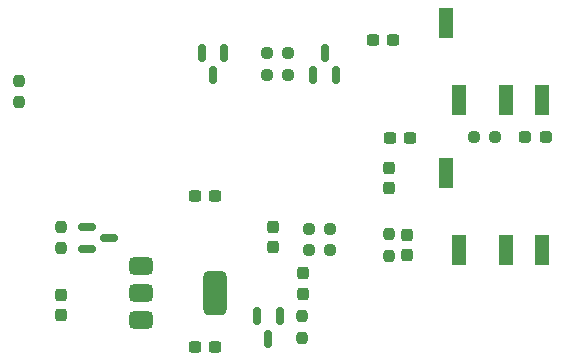
<source format=gbr>
%TF.GenerationSoftware,KiCad,Pcbnew,8.0.4-1.fc40*%
%TF.CreationDate,2024-08-13T13:21:09-05:00*%
%TF.ProjectId,K9QW_ATTiny_CW_Keyer,4b395157-5f41-4545-9469-6e795f43575f,rev?*%
%TF.SameCoordinates,Original*%
%TF.FileFunction,Paste,Top*%
%TF.FilePolarity,Positive*%
%FSLAX46Y46*%
G04 Gerber Fmt 4.6, Leading zero omitted, Abs format (unit mm)*
G04 Created by KiCad (PCBNEW 8.0.4-1.fc40) date 2024-08-13 13:21:09*
%MOMM*%
%LPD*%
G01*
G04 APERTURE LIST*
G04 Aperture macros list*
%AMRoundRect*
0 Rectangle with rounded corners*
0 $1 Rounding radius*
0 $2 $3 $4 $5 $6 $7 $8 $9 X,Y pos of 4 corners*
0 Add a 4 corners polygon primitive as box body*
4,1,4,$2,$3,$4,$5,$6,$7,$8,$9,$2,$3,0*
0 Add four circle primitives for the rounded corners*
1,1,$1+$1,$2,$3*
1,1,$1+$1,$4,$5*
1,1,$1+$1,$6,$7*
1,1,$1+$1,$8,$9*
0 Add four rect primitives between the rounded corners*
20,1,$1+$1,$2,$3,$4,$5,0*
20,1,$1+$1,$4,$5,$6,$7,0*
20,1,$1+$1,$6,$7,$8,$9,0*
20,1,$1+$1,$8,$9,$2,$3,0*%
G04 Aperture macros list end*
%ADD10RoundRect,0.237500X0.300000X0.237500X-0.300000X0.237500X-0.300000X-0.237500X0.300000X-0.237500X0*%
%ADD11RoundRect,0.237500X-0.237500X0.250000X-0.237500X-0.250000X0.237500X-0.250000X0.237500X0.250000X0*%
%ADD12RoundRect,0.150000X-0.587500X-0.150000X0.587500X-0.150000X0.587500X0.150000X-0.587500X0.150000X0*%
%ADD13R,1.200000X2.500000*%
%ADD14RoundRect,0.375000X-0.625000X-0.375000X0.625000X-0.375000X0.625000X0.375000X-0.625000X0.375000X0*%
%ADD15RoundRect,0.500000X-0.500000X-1.400000X0.500000X-1.400000X0.500000X1.400000X-0.500000X1.400000X0*%
%ADD16RoundRect,0.237500X-0.237500X0.300000X-0.237500X-0.300000X0.237500X-0.300000X0.237500X0.300000X0*%
%ADD17RoundRect,0.237500X-0.250000X-0.237500X0.250000X-0.237500X0.250000X0.237500X-0.250000X0.237500X0*%
%ADD18RoundRect,0.237500X0.237500X-0.250000X0.237500X0.250000X-0.237500X0.250000X-0.237500X-0.250000X0*%
%ADD19RoundRect,0.237500X0.250000X0.237500X-0.250000X0.237500X-0.250000X-0.237500X0.250000X-0.237500X0*%
%ADD20RoundRect,0.150000X-0.150000X0.587500X-0.150000X-0.587500X0.150000X-0.587500X0.150000X0.587500X0*%
%ADD21RoundRect,0.237500X-0.300000X-0.237500X0.300000X-0.237500X0.300000X0.237500X-0.300000X0.237500X0*%
%ADD22RoundRect,0.237500X0.287500X0.237500X-0.287500X0.237500X-0.287500X-0.237500X0.287500X-0.237500X0*%
%ADD23RoundRect,0.237500X0.237500X-0.287500X0.237500X0.287500X-0.237500X0.287500X-0.237500X-0.287500X0*%
%ADD24RoundRect,0.150000X0.150000X-0.587500X0.150000X0.587500X-0.150000X0.587500X-0.150000X-0.587500X0*%
%ADD25RoundRect,0.237500X0.237500X-0.300000X0.237500X0.300000X-0.237500X0.300000X-0.237500X-0.300000X0*%
G04 APERTURE END LIST*
D10*
%TO.C,C4*%
X146506100Y-102565200D03*
X144781100Y-102565200D03*
%TD*%
D11*
%TO.C,R2*%
X133477000Y-106982900D03*
X133477000Y-105157900D03*
%TD*%
D12*
%TO.C,Q1*%
X137574500Y-106107100D03*
X135699500Y-107057100D03*
X135699500Y-105157100D03*
%TD*%
D13*
%TO.C,J2*%
X171168000Y-94436000D03*
X174168000Y-94436000D03*
X166068000Y-87936000D03*
X167168000Y-94436000D03*
%TD*%
%TO.C,J3*%
X171168000Y-107136000D03*
X174168000Y-107136000D03*
X166068000Y-100636000D03*
X167168000Y-107136000D03*
%TD*%
D14*
%TO.C,U2*%
X140233000Y-113044000D03*
D15*
X146533000Y-110744000D03*
D14*
X140233000Y-110744000D03*
X140233000Y-108444000D03*
%TD*%
D16*
%TO.C,C6*%
X161262400Y-101868600D03*
X161262400Y-100143600D03*
%TD*%
D10*
%TO.C,C3*%
X144806500Y-115316000D03*
X146531500Y-115316000D03*
%TD*%
D17*
%TO.C,R6*%
X168405800Y-97586800D03*
X170230800Y-97586800D03*
%TD*%
D18*
%TO.C,R1*%
X129921000Y-94615000D03*
X129921000Y-92790000D03*
%TD*%
D19*
%TO.C,R9*%
X154433900Y-107137200D03*
X156258900Y-107137200D03*
%TD*%
D20*
%TO.C,Q2*%
X146339600Y-92299000D03*
X145389600Y-90424000D03*
X147289600Y-90424000D03*
%TD*%
D21*
%TO.C,C7*%
X163023400Y-97634400D03*
X161298400Y-97634400D03*
%TD*%
D19*
%TO.C,R4*%
X150903000Y-92303600D03*
X152728000Y-92303600D03*
%TD*%
D16*
%TO.C,C1*%
X151409400Y-105182500D03*
X151409400Y-106907500D03*
%TD*%
%TO.C,C2*%
X133477000Y-110897500D03*
X133477000Y-112622500D03*
%TD*%
D17*
%TO.C,R3*%
X154435800Y-105359200D03*
X156260800Y-105359200D03*
%TD*%
%TO.C,R5*%
X150877900Y-90424000D03*
X152702900Y-90424000D03*
%TD*%
D22*
%TO.C,D2*%
X172759400Y-97586800D03*
X174509400Y-97586800D03*
%TD*%
D21*
%TO.C,C5*%
X161593700Y-89306400D03*
X159868700Y-89306400D03*
%TD*%
D20*
%TO.C,Q4*%
X151033200Y-114621000D03*
X150083200Y-112746000D03*
X151983200Y-112746000D03*
%TD*%
D18*
%TO.C,R7*%
X153873200Y-112729000D03*
X153873200Y-114554000D03*
%TD*%
D23*
%TO.C,D3*%
X153928800Y-110806200D03*
X153928800Y-109056200D03*
%TD*%
D24*
%TO.C,Q3*%
X154839500Y-92275900D03*
X156739500Y-92275900D03*
X155789500Y-90400900D03*
%TD*%
D25*
%TO.C,C8*%
X162788600Y-107542500D03*
X162788600Y-105817500D03*
%TD*%
D18*
%TO.C,R8*%
X161264600Y-107592500D03*
X161264600Y-105767500D03*
%TD*%
M02*

</source>
